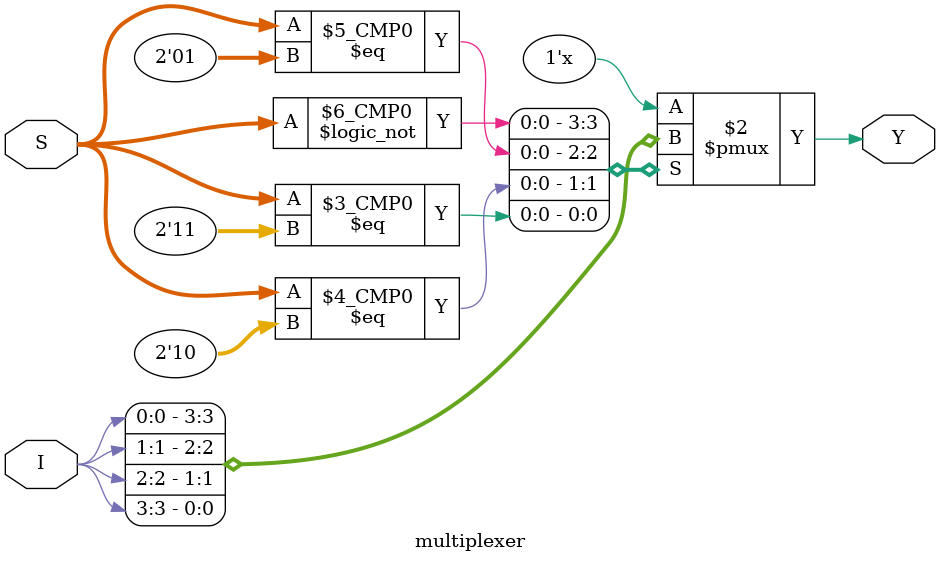
<source format=v>
module multiplexer (
    input [1:0] S,
    input [3:0] I,
    // output Y //use this if you're using assign statement
    output reg Y
);
//using assign statement
// assign Y = (~S[1]) & (~S[0]) & I[0] |(~S[1]) & (S[0]) & I[1] | (S[1]) & (~S[0]) & I[2] | (S[1]) & (S[0]) & I[3];

//using if statement
/*
always @ (*) 
    begin
        if (S == 2'b00)
            Y = I[0];
        else if (S == 2'b01)
            Y = I[1];
        else if (S == 2'b10)
            Y = I[2];
        else 
            Y = I[3];

    end

*/


//using case statement
always @ (*) 
    begin
        case (S)

            (2'b00) : Y = I[0];
            (2'b01) : Y = I[1];
            (2'b10) : Y = I[2];
            (2'b11) : Y = I[3];

            default : Y = 1'b0;

        endcase


    end

endmodule
</source>
